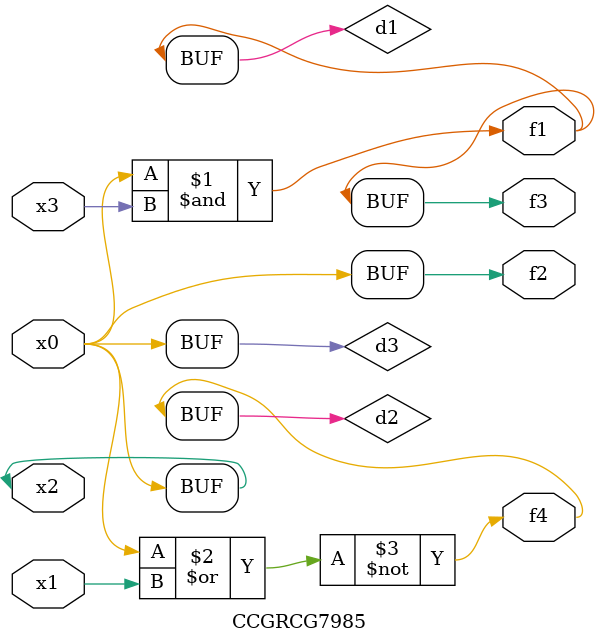
<source format=v>
module CCGRCG7985(
	input x0, x1, x2, x3,
	output f1, f2, f3, f4
);

	wire d1, d2, d3;

	and (d1, x2, x3);
	nor (d2, x0, x1);
	buf (d3, x0, x2);
	assign f1 = d1;
	assign f2 = d3;
	assign f3 = d1;
	assign f4 = d2;
endmodule

</source>
